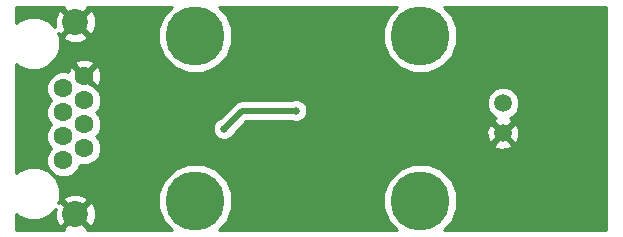
<source format=gbr>
G04 #@! TF.FileFunction,Copper,L2,Bot,Signal*
%FSLAX46Y46*%
G04 Gerber Fmt 4.6, Leading zero omitted, Abs format (unit mm)*
G04 Created by KiCad (PCBNEW 4.0.7) date 04/02/18 06:39:02*
%MOMM*%
%LPD*%
G01*
G04 APERTURE LIST*
%ADD10C,0.150000*%
%ADD11C,2.200000*%
%ADD12C,1.600000*%
%ADD13C,1.500000*%
%ADD14C,5.000000*%
%ADD15C,0.660400*%
%ADD16C,0.508000*%
%ADD17C,0.254000*%
G04 APERTURE END LIST*
D10*
D11*
X31112000Y-27430000D03*
X31112000Y-43690000D03*
D12*
X30092000Y-35060000D03*
X30092000Y-37090000D03*
X31872000Y-34030000D03*
X31872000Y-36060000D03*
X31872000Y-32000000D03*
X30092000Y-33030000D03*
X31872000Y-38090000D03*
X30092000Y-39120000D03*
D13*
X67310000Y-34290000D03*
X67310000Y-36830000D03*
D14*
X41275000Y-28575000D03*
X41275000Y-42545000D03*
X60325000Y-28575000D03*
X60325000Y-42545000D03*
D15*
X40386000Y-34036000D03*
X50292000Y-41021000D03*
X50800000Y-38481000D03*
X52070000Y-40767000D03*
X49784000Y-36957000D03*
X49784000Y-34925000D03*
X43688000Y-36449000D03*
D16*
X45212000Y-34925000D02*
X49784000Y-34925000D01*
X43688000Y-36449000D02*
X45212000Y-34925000D01*
D17*
G36*
X30066737Y-26205132D02*
X31112000Y-27250395D01*
X32157263Y-26205132D01*
X32119206Y-26110000D01*
X39306873Y-26110000D01*
X38618826Y-26796847D01*
X38140546Y-27948674D01*
X38139457Y-29195854D01*
X38615727Y-30348515D01*
X39496847Y-31231174D01*
X40648674Y-31709454D01*
X41895854Y-31710543D01*
X43048515Y-31234273D01*
X43931174Y-30353153D01*
X44409454Y-29201326D01*
X44410543Y-27954146D01*
X43934273Y-26801485D01*
X43243994Y-26110000D01*
X58356873Y-26110000D01*
X57668826Y-26796847D01*
X57190546Y-27948674D01*
X57189457Y-29195854D01*
X57665727Y-30348515D01*
X58546847Y-31231174D01*
X59698674Y-31709454D01*
X60945854Y-31710543D01*
X62098515Y-31234273D01*
X62981174Y-30353153D01*
X63459454Y-29201326D01*
X63460543Y-27954146D01*
X62984273Y-26801485D01*
X62293994Y-26110000D01*
X76073000Y-26110000D01*
X76073000Y-45010000D01*
X62293127Y-45010000D01*
X62981174Y-44323153D01*
X63459454Y-43171326D01*
X63460543Y-41924146D01*
X62984273Y-40771485D01*
X62103153Y-39888826D01*
X60951326Y-39410546D01*
X59704146Y-39409457D01*
X58551485Y-39885727D01*
X57668826Y-40766847D01*
X57190546Y-41918674D01*
X57189457Y-43165854D01*
X57665727Y-44318515D01*
X58356006Y-45010000D01*
X43243127Y-45010000D01*
X43931174Y-44323153D01*
X44409454Y-43171326D01*
X44410543Y-41924146D01*
X43934273Y-40771485D01*
X43053153Y-39888826D01*
X41901326Y-39410546D01*
X40654146Y-39409457D01*
X39501485Y-39885727D01*
X38618826Y-40766847D01*
X38140546Y-41918674D01*
X38139457Y-43165854D01*
X38615727Y-44318515D01*
X39306006Y-45010000D01*
X32119206Y-45010000D01*
X32157263Y-44914868D01*
X31112000Y-43869605D01*
X30066737Y-44914868D01*
X30104794Y-45010000D01*
X26110000Y-45010000D01*
X26110000Y-43664397D01*
X26270141Y-43824818D01*
X27100486Y-44169607D01*
X27999570Y-44170391D01*
X28830515Y-43827052D01*
X29432900Y-43225717D01*
X29366677Y-43401593D01*
X29389164Y-44091453D01*
X29609901Y-44624359D01*
X29887132Y-44735263D01*
X30932395Y-43690000D01*
X31291605Y-43690000D01*
X32336868Y-44735263D01*
X32614099Y-44624359D01*
X32857323Y-43978407D01*
X32834836Y-43288547D01*
X32614099Y-42755641D01*
X32336868Y-42644737D01*
X31291605Y-43690000D01*
X30932395Y-43690000D01*
X29887132Y-42644737D01*
X29655531Y-42737387D01*
X29768581Y-42465132D01*
X30066737Y-42465132D01*
X31112000Y-43510395D01*
X32157263Y-42465132D01*
X32046359Y-42187901D01*
X31400407Y-41944677D01*
X30710547Y-41967164D01*
X30177641Y-42187901D01*
X30066737Y-42465132D01*
X29768581Y-42465132D01*
X29811607Y-42361514D01*
X29812391Y-41462430D01*
X29469052Y-40631485D01*
X28833859Y-39995182D01*
X28003514Y-39650393D01*
X27104430Y-39649609D01*
X26273485Y-39992948D01*
X26110000Y-40156148D01*
X26110000Y-33314187D01*
X28656752Y-33314187D01*
X28874757Y-33841800D01*
X29077603Y-34045001D01*
X28876176Y-34246077D01*
X28657250Y-34773309D01*
X28656752Y-35344187D01*
X28874757Y-35871800D01*
X29077603Y-36075001D01*
X28876176Y-36276077D01*
X28657250Y-36803309D01*
X28656752Y-37374187D01*
X28874757Y-37901800D01*
X29077603Y-38105001D01*
X28876176Y-38306077D01*
X28657250Y-38833309D01*
X28656752Y-39404187D01*
X28874757Y-39931800D01*
X29278077Y-40335824D01*
X29805309Y-40554750D01*
X30376187Y-40555248D01*
X30903800Y-40337243D01*
X31307824Y-39933923D01*
X31493549Y-39486648D01*
X31585309Y-39524750D01*
X32156187Y-39525248D01*
X32683800Y-39307243D01*
X33087824Y-38903923D01*
X33306750Y-38376691D01*
X33307248Y-37805813D01*
X33305473Y-37801517D01*
X66518088Y-37801517D01*
X66586077Y-38042460D01*
X67105171Y-38227201D01*
X67655448Y-38199230D01*
X68033923Y-38042460D01*
X68101912Y-37801517D01*
X67310000Y-37009605D01*
X66518088Y-37801517D01*
X33305473Y-37801517D01*
X33089243Y-37278200D01*
X32886397Y-37074999D01*
X33087824Y-36873923D01*
X33184895Y-36640148D01*
X42722633Y-36640148D01*
X42869266Y-36995027D01*
X43140544Y-37266779D01*
X43495168Y-37414032D01*
X43879148Y-37414367D01*
X44234027Y-37267734D01*
X44505779Y-36996456D01*
X44582468Y-36811768D01*
X44769065Y-36625171D01*
X65912799Y-36625171D01*
X65940770Y-37175448D01*
X66097540Y-37553923D01*
X66338483Y-37621912D01*
X67130395Y-36830000D01*
X67489605Y-36830000D01*
X68281517Y-37621912D01*
X68522460Y-37553923D01*
X68707201Y-37034829D01*
X68679230Y-36484552D01*
X68522460Y-36106077D01*
X68281517Y-36038088D01*
X67489605Y-36830000D01*
X67130395Y-36830000D01*
X66338483Y-36038088D01*
X66097540Y-36106077D01*
X65912799Y-36625171D01*
X44769065Y-36625171D01*
X45580236Y-35814000D01*
X49408063Y-35814000D01*
X49591168Y-35890032D01*
X49975148Y-35890367D01*
X50330027Y-35743734D01*
X50601779Y-35472456D01*
X50749032Y-35117832D01*
X50749367Y-34733852D01*
X50679304Y-34564285D01*
X65924760Y-34564285D01*
X66135169Y-35073515D01*
X66524436Y-35463461D01*
X66740979Y-35553377D01*
X66586077Y-35617540D01*
X66518088Y-35858483D01*
X67310000Y-36650395D01*
X68101912Y-35858483D01*
X68033923Y-35617540D01*
X67867379Y-35558268D01*
X68093515Y-35464831D01*
X68483461Y-35075564D01*
X68694759Y-34566702D01*
X68695240Y-34015715D01*
X68484831Y-33506485D01*
X68095564Y-33116539D01*
X67586702Y-32905241D01*
X67035715Y-32904760D01*
X66526485Y-33115169D01*
X66136539Y-33504436D01*
X65925241Y-34013298D01*
X65924760Y-34564285D01*
X50679304Y-34564285D01*
X50602734Y-34378973D01*
X50331456Y-34107221D01*
X49976832Y-33959968D01*
X49592852Y-33959633D01*
X49408030Y-34036000D01*
X45212000Y-34036000D01*
X44871794Y-34103671D01*
X44583382Y-34296382D01*
X43325210Y-35554554D01*
X43141973Y-35630266D01*
X42870221Y-35901544D01*
X42722968Y-36256168D01*
X42722633Y-36640148D01*
X33184895Y-36640148D01*
X33306750Y-36346691D01*
X33307248Y-35775813D01*
X33089243Y-35248200D01*
X32886397Y-35044999D01*
X33087824Y-34843923D01*
X33306750Y-34316691D01*
X33307248Y-33745813D01*
X33089243Y-33218200D01*
X32685923Y-32814176D01*
X32379213Y-32686819D01*
X31872000Y-32179605D01*
X31857858Y-32193748D01*
X31678253Y-32014143D01*
X31692395Y-32000000D01*
X32051605Y-32000000D01*
X32879745Y-32828139D01*
X33125864Y-32754005D01*
X33318965Y-32216777D01*
X33291778Y-31646546D01*
X33125864Y-31245995D01*
X32879745Y-31171861D01*
X32051605Y-32000000D01*
X31692395Y-32000000D01*
X30864255Y-31171861D01*
X30618136Y-31245995D01*
X30477807Y-31636406D01*
X30378691Y-31595250D01*
X29807813Y-31594752D01*
X29280200Y-31812757D01*
X28876176Y-32216077D01*
X28657250Y-32743309D01*
X28656752Y-33314187D01*
X26110000Y-33314187D01*
X26110000Y-30964397D01*
X26270141Y-31124818D01*
X27100486Y-31469607D01*
X27999570Y-31470391D01*
X28830515Y-31127052D01*
X28965547Y-30992255D01*
X31043861Y-30992255D01*
X31872000Y-31820395D01*
X32700139Y-30992255D01*
X32626005Y-30746136D01*
X32088777Y-30553035D01*
X31518546Y-30580222D01*
X31117995Y-30746136D01*
X31043861Y-30992255D01*
X28965547Y-30992255D01*
X29466818Y-30491859D01*
X29811607Y-29661514D01*
X29812391Y-28762430D01*
X29767948Y-28654868D01*
X30066737Y-28654868D01*
X30177641Y-28932099D01*
X30823593Y-29175323D01*
X31513453Y-29152836D01*
X32046359Y-28932099D01*
X32157263Y-28654868D01*
X31112000Y-27609605D01*
X30066737Y-28654868D01*
X29767948Y-28654868D01*
X29655439Y-28382576D01*
X29887132Y-28475263D01*
X30932395Y-27430000D01*
X31291605Y-27430000D01*
X32336868Y-28475263D01*
X32614099Y-28364359D01*
X32857323Y-27718407D01*
X32834836Y-27028547D01*
X32614099Y-26495641D01*
X32336868Y-26384737D01*
X31291605Y-27430000D01*
X30932395Y-27430000D01*
X29887132Y-26384737D01*
X29609901Y-26495641D01*
X29366677Y-27141593D01*
X29389164Y-27831453D01*
X29403327Y-27865645D01*
X28833859Y-27295182D01*
X28003514Y-26950393D01*
X27104430Y-26949609D01*
X26273485Y-27292948D01*
X26110000Y-27456148D01*
X26110000Y-26110000D01*
X30104794Y-26110000D01*
X30066737Y-26205132D01*
X30066737Y-26205132D01*
G37*
X30066737Y-26205132D02*
X31112000Y-27250395D01*
X32157263Y-26205132D01*
X32119206Y-26110000D01*
X39306873Y-26110000D01*
X38618826Y-26796847D01*
X38140546Y-27948674D01*
X38139457Y-29195854D01*
X38615727Y-30348515D01*
X39496847Y-31231174D01*
X40648674Y-31709454D01*
X41895854Y-31710543D01*
X43048515Y-31234273D01*
X43931174Y-30353153D01*
X44409454Y-29201326D01*
X44410543Y-27954146D01*
X43934273Y-26801485D01*
X43243994Y-26110000D01*
X58356873Y-26110000D01*
X57668826Y-26796847D01*
X57190546Y-27948674D01*
X57189457Y-29195854D01*
X57665727Y-30348515D01*
X58546847Y-31231174D01*
X59698674Y-31709454D01*
X60945854Y-31710543D01*
X62098515Y-31234273D01*
X62981174Y-30353153D01*
X63459454Y-29201326D01*
X63460543Y-27954146D01*
X62984273Y-26801485D01*
X62293994Y-26110000D01*
X76073000Y-26110000D01*
X76073000Y-45010000D01*
X62293127Y-45010000D01*
X62981174Y-44323153D01*
X63459454Y-43171326D01*
X63460543Y-41924146D01*
X62984273Y-40771485D01*
X62103153Y-39888826D01*
X60951326Y-39410546D01*
X59704146Y-39409457D01*
X58551485Y-39885727D01*
X57668826Y-40766847D01*
X57190546Y-41918674D01*
X57189457Y-43165854D01*
X57665727Y-44318515D01*
X58356006Y-45010000D01*
X43243127Y-45010000D01*
X43931174Y-44323153D01*
X44409454Y-43171326D01*
X44410543Y-41924146D01*
X43934273Y-40771485D01*
X43053153Y-39888826D01*
X41901326Y-39410546D01*
X40654146Y-39409457D01*
X39501485Y-39885727D01*
X38618826Y-40766847D01*
X38140546Y-41918674D01*
X38139457Y-43165854D01*
X38615727Y-44318515D01*
X39306006Y-45010000D01*
X32119206Y-45010000D01*
X32157263Y-44914868D01*
X31112000Y-43869605D01*
X30066737Y-44914868D01*
X30104794Y-45010000D01*
X26110000Y-45010000D01*
X26110000Y-43664397D01*
X26270141Y-43824818D01*
X27100486Y-44169607D01*
X27999570Y-44170391D01*
X28830515Y-43827052D01*
X29432900Y-43225717D01*
X29366677Y-43401593D01*
X29389164Y-44091453D01*
X29609901Y-44624359D01*
X29887132Y-44735263D01*
X30932395Y-43690000D01*
X31291605Y-43690000D01*
X32336868Y-44735263D01*
X32614099Y-44624359D01*
X32857323Y-43978407D01*
X32834836Y-43288547D01*
X32614099Y-42755641D01*
X32336868Y-42644737D01*
X31291605Y-43690000D01*
X30932395Y-43690000D01*
X29887132Y-42644737D01*
X29655531Y-42737387D01*
X29768581Y-42465132D01*
X30066737Y-42465132D01*
X31112000Y-43510395D01*
X32157263Y-42465132D01*
X32046359Y-42187901D01*
X31400407Y-41944677D01*
X30710547Y-41967164D01*
X30177641Y-42187901D01*
X30066737Y-42465132D01*
X29768581Y-42465132D01*
X29811607Y-42361514D01*
X29812391Y-41462430D01*
X29469052Y-40631485D01*
X28833859Y-39995182D01*
X28003514Y-39650393D01*
X27104430Y-39649609D01*
X26273485Y-39992948D01*
X26110000Y-40156148D01*
X26110000Y-33314187D01*
X28656752Y-33314187D01*
X28874757Y-33841800D01*
X29077603Y-34045001D01*
X28876176Y-34246077D01*
X28657250Y-34773309D01*
X28656752Y-35344187D01*
X28874757Y-35871800D01*
X29077603Y-36075001D01*
X28876176Y-36276077D01*
X28657250Y-36803309D01*
X28656752Y-37374187D01*
X28874757Y-37901800D01*
X29077603Y-38105001D01*
X28876176Y-38306077D01*
X28657250Y-38833309D01*
X28656752Y-39404187D01*
X28874757Y-39931800D01*
X29278077Y-40335824D01*
X29805309Y-40554750D01*
X30376187Y-40555248D01*
X30903800Y-40337243D01*
X31307824Y-39933923D01*
X31493549Y-39486648D01*
X31585309Y-39524750D01*
X32156187Y-39525248D01*
X32683800Y-39307243D01*
X33087824Y-38903923D01*
X33306750Y-38376691D01*
X33307248Y-37805813D01*
X33305473Y-37801517D01*
X66518088Y-37801517D01*
X66586077Y-38042460D01*
X67105171Y-38227201D01*
X67655448Y-38199230D01*
X68033923Y-38042460D01*
X68101912Y-37801517D01*
X67310000Y-37009605D01*
X66518088Y-37801517D01*
X33305473Y-37801517D01*
X33089243Y-37278200D01*
X32886397Y-37074999D01*
X33087824Y-36873923D01*
X33184895Y-36640148D01*
X42722633Y-36640148D01*
X42869266Y-36995027D01*
X43140544Y-37266779D01*
X43495168Y-37414032D01*
X43879148Y-37414367D01*
X44234027Y-37267734D01*
X44505779Y-36996456D01*
X44582468Y-36811768D01*
X44769065Y-36625171D01*
X65912799Y-36625171D01*
X65940770Y-37175448D01*
X66097540Y-37553923D01*
X66338483Y-37621912D01*
X67130395Y-36830000D01*
X67489605Y-36830000D01*
X68281517Y-37621912D01*
X68522460Y-37553923D01*
X68707201Y-37034829D01*
X68679230Y-36484552D01*
X68522460Y-36106077D01*
X68281517Y-36038088D01*
X67489605Y-36830000D01*
X67130395Y-36830000D01*
X66338483Y-36038088D01*
X66097540Y-36106077D01*
X65912799Y-36625171D01*
X44769065Y-36625171D01*
X45580236Y-35814000D01*
X49408063Y-35814000D01*
X49591168Y-35890032D01*
X49975148Y-35890367D01*
X50330027Y-35743734D01*
X50601779Y-35472456D01*
X50749032Y-35117832D01*
X50749367Y-34733852D01*
X50679304Y-34564285D01*
X65924760Y-34564285D01*
X66135169Y-35073515D01*
X66524436Y-35463461D01*
X66740979Y-35553377D01*
X66586077Y-35617540D01*
X66518088Y-35858483D01*
X67310000Y-36650395D01*
X68101912Y-35858483D01*
X68033923Y-35617540D01*
X67867379Y-35558268D01*
X68093515Y-35464831D01*
X68483461Y-35075564D01*
X68694759Y-34566702D01*
X68695240Y-34015715D01*
X68484831Y-33506485D01*
X68095564Y-33116539D01*
X67586702Y-32905241D01*
X67035715Y-32904760D01*
X66526485Y-33115169D01*
X66136539Y-33504436D01*
X65925241Y-34013298D01*
X65924760Y-34564285D01*
X50679304Y-34564285D01*
X50602734Y-34378973D01*
X50331456Y-34107221D01*
X49976832Y-33959968D01*
X49592852Y-33959633D01*
X49408030Y-34036000D01*
X45212000Y-34036000D01*
X44871794Y-34103671D01*
X44583382Y-34296382D01*
X43325210Y-35554554D01*
X43141973Y-35630266D01*
X42870221Y-35901544D01*
X42722968Y-36256168D01*
X42722633Y-36640148D01*
X33184895Y-36640148D01*
X33306750Y-36346691D01*
X33307248Y-35775813D01*
X33089243Y-35248200D01*
X32886397Y-35044999D01*
X33087824Y-34843923D01*
X33306750Y-34316691D01*
X33307248Y-33745813D01*
X33089243Y-33218200D01*
X32685923Y-32814176D01*
X32379213Y-32686819D01*
X31872000Y-32179605D01*
X31857858Y-32193748D01*
X31678253Y-32014143D01*
X31692395Y-32000000D01*
X32051605Y-32000000D01*
X32879745Y-32828139D01*
X33125864Y-32754005D01*
X33318965Y-32216777D01*
X33291778Y-31646546D01*
X33125864Y-31245995D01*
X32879745Y-31171861D01*
X32051605Y-32000000D01*
X31692395Y-32000000D01*
X30864255Y-31171861D01*
X30618136Y-31245995D01*
X30477807Y-31636406D01*
X30378691Y-31595250D01*
X29807813Y-31594752D01*
X29280200Y-31812757D01*
X28876176Y-32216077D01*
X28657250Y-32743309D01*
X28656752Y-33314187D01*
X26110000Y-33314187D01*
X26110000Y-30964397D01*
X26270141Y-31124818D01*
X27100486Y-31469607D01*
X27999570Y-31470391D01*
X28830515Y-31127052D01*
X28965547Y-30992255D01*
X31043861Y-30992255D01*
X31872000Y-31820395D01*
X32700139Y-30992255D01*
X32626005Y-30746136D01*
X32088777Y-30553035D01*
X31518546Y-30580222D01*
X31117995Y-30746136D01*
X31043861Y-30992255D01*
X28965547Y-30992255D01*
X29466818Y-30491859D01*
X29811607Y-29661514D01*
X29812391Y-28762430D01*
X29767948Y-28654868D01*
X30066737Y-28654868D01*
X30177641Y-28932099D01*
X30823593Y-29175323D01*
X31513453Y-29152836D01*
X32046359Y-28932099D01*
X32157263Y-28654868D01*
X31112000Y-27609605D01*
X30066737Y-28654868D01*
X29767948Y-28654868D01*
X29655439Y-28382576D01*
X29887132Y-28475263D01*
X30932395Y-27430000D01*
X31291605Y-27430000D01*
X32336868Y-28475263D01*
X32614099Y-28364359D01*
X32857323Y-27718407D01*
X32834836Y-27028547D01*
X32614099Y-26495641D01*
X32336868Y-26384737D01*
X31291605Y-27430000D01*
X30932395Y-27430000D01*
X29887132Y-26384737D01*
X29609901Y-26495641D01*
X29366677Y-27141593D01*
X29389164Y-27831453D01*
X29403327Y-27865645D01*
X28833859Y-27295182D01*
X28003514Y-26950393D01*
X27104430Y-26949609D01*
X26273485Y-27292948D01*
X26110000Y-27456148D01*
X26110000Y-26110000D01*
X30104794Y-26110000D01*
X30066737Y-26205132D01*
M02*

</source>
